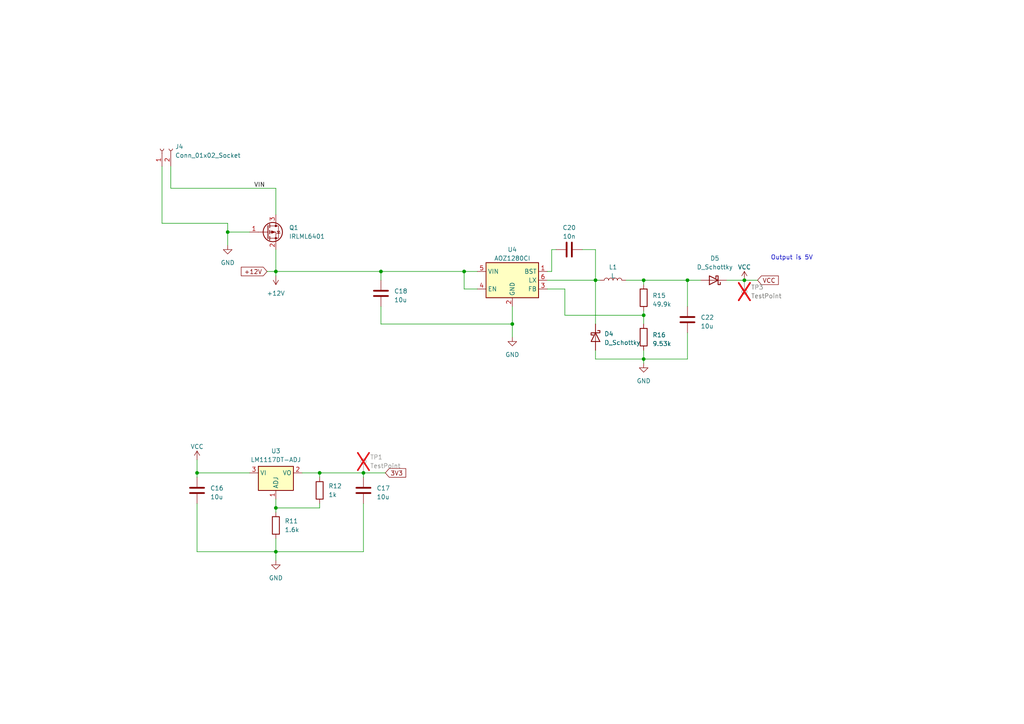
<source format=kicad_sch>
(kicad_sch (version 20231120) (generator "eeschema") (generator_version "8.0")
  (paper "A4")
  (lib_symbols
    (symbol "Connector:Conn_01x02_Socket" (pin_names (offset 1.016) hide)
      (property "Reference" "J" (at 0 2.54 0))
      (property "Value" "Conn_01x02_Socket" (at 0 -5.08 0))
      (symbol "Conn_01x02_Socket_1_1"
        (arc (start 0 -2.032) (mid -0.5058 -2.54) (end 0 -3.048) (stroke (width 0.1524)))
        (polyline (pts (xy -1.27 -2.54) (xy -0.508 -2.54)) (stroke (width 0.1524)))
        (polyline (pts (xy -1.27 0) (xy -0.508 0)) (stroke (width 0.1524)))
        (arc (start 0 0.508) (mid -0.5058 0) (end 0 -0.508) (stroke (width 0.1524)))
        (pin passive line (at -5.08 0 0) (length 3.81) (name "Pin_1") (number "1"))
        (pin passive line (at -5.08 -2.54 0) (length 3.81) (name "Pin_2") (number "2"))
      )
    )
    (symbol "Connector:TestPoint" (pin_numbers hide) (pin_names (offset 0.762) hide)
      (property "Reference" "TP" (at 0 6.858 0))
      (property "Value" "TestPoint" (at 0 5.08 0))
      (symbol "TestPoint_0_1"
        (circle (center 0 3.302) (radius 0.762))
      )
      (symbol "TestPoint_1_1"
        (pin passive line (at 0 0 90) (length 2.54) (name "1") (number "1"))
      )
    )
    (symbol "Device:C" (pin_numbers hide) (pin_names (offset 0.254))
      (property "Reference" "C" (at 0.635 2.54 0))
      (property "Value" "C" (at 0.635 -2.54 0))
      (symbol "C_0_1"
        (polyline (pts (xy -2.032 -0.762) (xy 2.032 -0.762)) (stroke (width 0.508)))
        (polyline (pts (xy -2.032 0.762) (xy 2.032 0.762)) (stroke (width 0.508)))
      )
      (symbol "C_1_1"
        (pin passive line (at 0 3.81 270) (length 2.794) (name "~") (number "1"))
        (pin passive line (at 0 -3.81 90) (length 2.794) (name "~") (number "2"))
      )
    )
    (symbol "Device:D_Schottky" (pin_numbers hide) (pin_names (offset 1.016) hide)
      (property "Reference" "D" (at 0 2.54 0))
      (property "Value" "D_Schottky" (at 0 -2.54 0))
      (symbol "D_Schottky_0_1"
        (polyline (pts (xy 1.27 0) (xy -1.27 0)))
        (polyline (pts (xy 1.27 1.27) (xy 1.27 -1.27) (xy -1.27 0) (xy 1.27 1.27)) (stroke (width 0.254)))
        (polyline (pts (xy -1.905 0.635) (xy -1.905 1.27) (xy -1.27 1.27) (xy -1.27 -1.27) (xy -0.635 -1.27) (xy -0.635 -0.635)) (stroke (width 0.254)))
      )
      (symbol "D_Schottky_1_1"
        (pin passive line (at -3.81 0 0) (length 2.54) (name "K") (number "1"))
        (pin passive line (at 3.81 0 180) (length 2.54) (name "A") (number "2"))
      )
    )
    (symbol "Device:L" (pin_numbers hide) (pin_names (offset 1.016) hide)
      (property "Reference" "L" (at -1.27 0 90))
      (property "Value" "L" (at 1.905 0 90))
      (symbol "L_0_1"
        (arc (start 0 -2.54) (mid 0.6323 -1.905) (end 0 -1.27))
        (arc (start 0 -1.27) (mid 0.6323 -0.635) (end 0 0))
        (arc (start 0 0) (mid 0.6323 0.635) (end 0 1.27))
        (arc (start 0 1.27) (mid 0.6323 1.905) (end 0 2.54))
      )
      (symbol "L_1_1"
        (pin passive line (at 0 3.81 270) (length 1.27) (name "1") (number "1"))
        (pin passive line (at 0 -3.81 90) (length 1.27) (name "2") (number "2"))
      )
    )
    (symbol "Device:R" (pin_numbers hide) (pin_names (offset 0))
      (property "Reference" "R" (at 2.032 0 90))
      (property "Value" "R" (at 0 0 90))
      (symbol "R_0_1"
        (rectangle (start -1.016 -2.54) (end 1.016 2.54) (stroke (width 0.254)))
      )
      (symbol "R_1_1"
        (pin passive line (at 0 3.81 270) (length 1.27) (name "~") (number "1"))
        (pin passive line (at 0 -3.81 90) (length 1.27) (name "~") (number "2"))
      )
    )
    (symbol "Regulator_Linear:LM1117DT-ADJ"
      (property "Reference" "U" (at -3.81 3.175 0))
      (property "Value" "LM1117DT-ADJ" (at 0 3.175 0))
      (symbol "LM1117DT-ADJ_0_1"
        (rectangle (start -5.08 -5.08) (end 5.08 1.905) (stroke (width 0.254)) (fill (type background)))
      )
      (symbol "LM1117DT-ADJ_1_1"
        (pin input line (at 0 -7.62 90) (length 2.54) (name "ADJ") (number "1"))
        (pin power_out line (at 7.62 0 180) (length 2.54) (name "VO") (number "2"))
        (pin power_in line (at -7.62 0 0) (length 2.54) (name "VI") (number "3"))
      )
    )
    (symbol "Regulator_Switching:AOZ1280CI"
      (property "Reference" "U" (at -6.35 -6.35 0))
      (property "Value" "AOZ1280CI" (at -2.54 6.35 0))
      (symbol "AOZ1280CI_0_1"
        (rectangle (start -7.62 5.08) (end 7.62 -5.08) (stroke (width 0.254)) (fill (type background)))
      )
      (symbol "AOZ1280CI_1_1"
        (pin input line (at 10.16 2.54 180) (length 2.54) (name "BST") (number "1"))
        (pin power_in line (at 0 -7.62 90) (length 2.54) (name "GND") (number "2"))
        (pin input line (at 10.16 -2.54 180) (length 2.54) (name "FB") (number "3"))
        (pin input line (at -10.16 -2.54 0) (length 2.54) (name "EN") (number "4"))
        (pin power_in line (at -10.16 2.54 0) (length 2.54) (name "VIN") (number "5"))
        (pin power_out line (at 10.16 0 180) (length 2.54) (name "LX") (number "6"))
      )
    )
    (symbol "Transistor_FET:IRLML6401" (pin_names hide)
      (property "Reference" "Q" (at 5.08 1.905 0))
      (property "Value" "IRLML6401" (at 5.08 0 0))
      (symbol "IRLML6401_0_1"
        (polyline (pts (xy 0.254 0) (xy -2.54 0)))
        (polyline (pts (xy 0.254 1.905) (xy 0.254 -1.905)) (stroke (width 0.254)))
        (polyline (pts (xy 0.762 -1.27) (xy 0.762 -2.286)) (stroke (width 0.254)))
        (polyline (pts (xy 0.762 0.508) (xy 0.762 -0.508)) (stroke (width 0.254)))
        (polyline (pts (xy 0.762 2.286) (xy 0.762 1.27)) (stroke (width 0.254)))
        (polyline (pts (xy 2.54 2.54) (xy 2.54 1.778)))
        (polyline (pts (xy 2.54 -2.54) (xy 2.54 0) (xy 0.762 0)))
        (polyline (pts (xy 0.762 1.778) (xy 3.302 1.778) (xy 3.302 -1.778) (xy 0.762 -1.778)))
        (polyline (pts (xy 2.286 0) (xy 1.27 0.381) (xy 1.27 -0.381) (xy 2.286 0)) (fill (type outline)))
        (polyline (pts (xy 2.794 -0.508) (xy 2.921 -0.381) (xy 3.683 -0.381) (xy 3.81 -0.254)))
        (polyline (pts (xy 3.302 -0.381) (xy 2.921 0.254) (xy 3.683 0.254) (xy 3.302 -0.381)))
        (circle (center 1.651 0) (radius 2.794) (stroke (width 0.254)))
        (circle (center 2.54 -1.778) (radius 0.254) (fill (type outline)))
        (circle (center 2.54 1.778) (radius 0.254) (fill (type outline)))
      )
      (symbol "IRLML6401_1_1"
        (pin input line (at -5.08 0 0) (length 2.54) (name "G") (number "1"))
        (pin passive line (at 2.54 -5.08 90) (length 2.54) (name "S") (number "2"))
        (pin passive line (at 2.54 5.08 270) (length 2.54) (name "D") (number "3"))
      )
    )
    (symbol "power:+12V" (power) (pin_names (offset 0))
      (property "Value" "+12V" (at 0 3.556 0))
      (symbol "+12V_0_1"
        (polyline (pts (xy -0.762 1.27) (xy 0 2.54)))
        (polyline (pts (xy 0 0) (xy 0 2.54)))
        (polyline (pts (xy 0 2.54) (xy 0.762 1.27)))
      )
      (symbol "+12V_1_1"
        (pin power_in line (at 0 0 90) (length 0) hide (name "+12V") (number "1"))
      )
    )
    (symbol "power:GND" (power) (pin_names (offset 0))
      (property "Value" "GND" (at 0 -3.81 0))
      (symbol "GND_0_1"
        (polyline (pts (xy 0 0) (xy 0 -1.27) (xy 1.27 -1.27) (xy 0 -2.54) (xy -1.27 -1.27) (xy 0 -1.27)))
      )
      (symbol "GND_1_1"
        (pin power_in line (at 0 0 270) (length 0) hide (name "GND") (number "1"))
      )
    )
    (symbol "power:VCC" (power) (pin_names (offset 0))
      (property "Value" "VCC" (at 0 3.81 0))
      (symbol "VCC_0_1"
        (polyline (pts (xy -0.762 1.27) (xy 0 2.54)))
        (polyline (pts (xy 0 0) (xy 0 2.54)))
        (polyline (pts (xy 0 2.54) (xy 0.762 1.27)))
      )
      (symbol "VCC_1_1"
        (pin power_in line (at 0 0 90) (length 0) hide (name "VCC") (number "1"))
      )
    )
  )
  (junction (at 80.01 147.32))
  (junction (at 110.49 78.74))
  (junction (at 186.69 91.44))
  (junction (at 186.69 104.14))
  (junction (at 66.04 67.31))
  (junction (at 215.9 81.28))
  (junction (at 148.59 93.98))
  (junction (at 186.69 81.28))
  (junction (at 134.62 78.74))
  (junction (at 57.15 137.16))
  (junction (at 80.01 160.02))
  (junction (at 199.39 81.28))
  (junction (at 92.71 137.16))
  (junction (at 105.41 137.16))
  (junction (at 80.01 78.74))
  (junction (at 172.72 81.28))
  (wire (pts (xy 199.39 96.52) (xy 199.39 104.14)))
  (wire (pts (xy 57.15 137.16) (xy 72.39 137.16)))
  (wire (pts (xy 186.69 81.28) (xy 186.69 82.55)))
  (wire (pts (xy 66.04 67.31) (xy 72.39 67.31)))
  (wire (pts (xy 134.62 78.74) (xy 110.49 78.74)))
  (wire (pts (xy 110.49 93.98) (xy 148.59 93.98)))
  (wire (pts (xy 215.9 81.28) (xy 219.71 81.28)))
  (wire (pts (xy 148.59 93.98) (xy 148.59 88.9)))
  (wire (pts (xy 46.99 64.77) (xy 66.04 64.77)))
  (wire (pts (xy 199.39 104.14) (xy 186.69 104.14)))
  (wire (pts (xy 80.01 78.74) (xy 110.49 78.74)))
  (wire (pts (xy 172.72 101.6) (xy 172.72 104.14)))
  (wire (pts (xy 172.72 72.39) (xy 172.72 81.28)))
  (wire (pts (xy 138.43 83.82) (xy 134.62 83.82)))
  (wire (pts (xy 210.82 81.28) (xy 215.9 81.28)))
  (wire (pts (xy 57.15 146.05) (xy 57.15 160.02)))
  (wire (pts (xy 92.71 146.05) (xy 92.71 147.32)))
  (wire (pts (xy 172.72 81.28) (xy 172.72 93.98)))
  (wire (pts (xy 92.71 147.32) (xy 80.01 147.32)))
  (wire (pts (xy 80.01 78.74) (xy 77.47 78.74)))
  (wire (pts (xy 80.01 160.02) (xy 105.41 160.02)))
  (wire (pts (xy 80.01 54.61) (xy 80.01 62.23)))
  (wire (pts (xy 134.62 83.82) (xy 134.62 78.74)))
  (wire (pts (xy 110.49 78.74) (xy 110.49 81.28)))
  (wire (pts (xy 66.04 64.77) (xy 66.04 67.31)))
  (wire (pts (xy 49.53 54.61) (xy 49.53 48.26)))
  (wire (pts (xy 158.75 83.82) (xy 163.83 83.82)))
  (wire (pts (xy 87.63 137.16) (xy 92.71 137.16)))
  (wire (pts (xy 138.43 78.74) (xy 134.62 78.74)))
  (wire (pts (xy 110.49 88.9) (xy 110.49 93.98)))
  (wire (pts (xy 105.41 137.16) (xy 105.41 138.43)))
  (wire (pts (xy 46.99 48.26) (xy 46.99 64.77)))
  (wire (pts (xy 92.71 137.16) (xy 92.71 138.43)))
  (wire (pts (xy 181.61 81.28) (xy 186.69 81.28)))
  (wire (pts (xy 168.91 72.39) (xy 172.72 72.39)))
  (wire (pts (xy 80.01 144.78) (xy 80.01 147.32)))
  (wire (pts (xy 158.75 81.28) (xy 172.72 81.28)))
  (wire (pts (xy 80.01 147.32) (xy 80.01 148.59)))
  (wire (pts (xy 80.01 156.21) (xy 80.01 160.02)))
  (wire (pts (xy 80.01 78.74) (xy 80.01 80.01)))
  (wire (pts (xy 158.75 78.74) (xy 160.02 78.74)))
  (wire (pts (xy 80.01 160.02) (xy 80.01 162.56)))
  (wire (pts (xy 160.02 72.39) (xy 161.29 72.39)))
  (wire (pts (xy 172.72 104.14) (xy 186.69 104.14)))
  (wire (pts (xy 172.72 81.28) (xy 173.99 81.28)))
  (wire (pts (xy 105.41 137.16) (xy 111.76 137.16)))
  (wire (pts (xy 160.02 78.74) (xy 160.02 72.39)))
  (wire (pts (xy 148.59 93.98) (xy 148.59 97.79)))
  (wire (pts (xy 57.15 160.02) (xy 80.01 160.02)))
  (wire (pts (xy 186.69 91.44) (xy 186.69 90.17)))
  (wire (pts (xy 199.39 81.28) (xy 203.2 81.28)))
  (wire (pts (xy 105.41 146.05) (xy 105.41 160.02)))
  (wire (pts (xy 186.69 104.14) (xy 186.69 105.41)))
  (wire (pts (xy 186.69 101.6) (xy 186.69 104.14)))
  (wire (pts (xy 49.53 54.61) (xy 80.01 54.61)))
  (wire (pts (xy 186.69 91.44) (xy 186.69 93.98)))
  (wire (pts (xy 80.01 72.39) (xy 80.01 78.74)))
  (wire (pts (xy 66.04 67.31) (xy 66.04 71.12)))
  (wire (pts (xy 163.83 83.82) (xy 163.83 91.44)))
  (wire (pts (xy 199.39 88.9) (xy 199.39 81.28)))
  (wire (pts (xy 92.71 137.16) (xy 105.41 137.16)))
  (wire (pts (xy 186.69 81.28) (xy 199.39 81.28)))
  (wire (pts (xy 57.15 137.16) (xy 57.15 138.43)))
  (wire (pts (xy 163.83 91.44) (xy 186.69 91.44)))
  (wire (pts (xy 57.15 133.35) (xy 57.15 137.16)))
  (text "Output is 5V" (at 223.52 75.565 0) (effects (font (size 1.27 1.27)) (justify left bottom)))
  (label "VIN" (at 73.66 54.61 0))
  (global_label "VCC" (shape input) (at 219.71 81.28 0) (property "Intersheetrefs" "${INTERSHEET_REFS}" (effects (hide yes))))
  (global_label "+12V" (shape input) (at 77.47 78.74 180) (property "Intersheetrefs" "${INTERSHEET_REFS}" (effects (hide yes))))
  (global_label "3V3" (shape input) (at 111.76 137.16 0) (property "Intersheetrefs" "${INTERSHEET_REFS}" (effects (hide yes))))
  (symbol (lib_id "Device:C") (at 105.41 142.24 0) (unit 1)
    (property "Reference" "C17" (at 109.22 141.605 0) (effects (justify left)))
    (property "Value" "10u" (at 109.22 144.145 0) (effects (justify left)))
    (property "Footprint" "Capacitor_SMD:C_0805_2012Metric" (effects (hide yes)))
    (property "Digikey" "490-5523-1-ND" (effects (hide yes)))
    (property "JLCPCB" "C96446" (effects (hide yes)))
    (instances (project "FRCMotorTester" (path "" (reference "C17") (unit 1))) (project "FRCMotorTester" (path "" (reference "C23") (unit 1))))
  )
  (symbol (lib_id "Device:C") (at 57.15 142.24 0) (unit 1)
    (property "Reference" "C16" (at 60.96 141.605 0) (effects (justify left)))
    (property "Value" "10u" (at 60.96 144.145 0) (effects (justify left)))
    (property "Footprint" "Capacitor_SMD:C_0805_2012Metric" (effects (hide yes)))
    (property "Digikey" "490-5523-1-ND" (effects (hide yes)))
    (property "JLCPCB" "C96446" (effects (hide yes)))
    (instances (project "FRCMotorTester" (path "" (reference "C16") (unit 1))) (project "FRCMotorTester" (path "" (reference "C22") (unit 1))))
  )
  (symbol (lib_id "power:GND") (at 148.59 97.79 0) (unit 1)
    (property "Reference" "#PWR021" (effects (hide yes)))
    (property "Value" "GND" (at 148.59 102.87 0))
    (instances (project "mini_swerve" (path "" (reference "#PWR021") (unit 1))) (project "mini_swerve" (path "" (reference "#PWR047") (unit 1))) (project "FRCMotorTester" (path "" (reference "#PWR035") (unit 1))))
  )
  (symbol (lib_id "Device:R") (at 186.69 86.36 0) (unit 1)
    (property "Reference" "R15" (at 189.23 85.725 0) (effects (justify left)))
    (property "Value" "49.9k" (at 189.23 88.265 0) (effects (justify left)))
    (property "Footprint" "Resistor_SMD:R_0603_1608Metric" (effects (hide yes)))
    (property "Digikey" "541-4141-1-ND" (effects (hide yes)))
    (instances (project "mini_swerve" (path "" (reference "R15") (unit 1))) (project "mini_swerve" (path "" (reference "R9") (unit 1))) (project "FRCMotorTester" (path "" (reference "R17") (unit 1))))
  )
  (symbol (lib_id "power:GND") (at 80.01 162.56 0) (unit 1)
    (property "Reference" "#PWR019" (effects (hide yes)))
    (property "Value" "GND" (at 80.01 167.64 0))
    (instances (project "FRCMotorTester" (path "" (reference "#PWR019") (unit 1))) (project "FRCMotorTester" (path "" (reference "#PWR033") (unit 1))))
  )
  (symbol (lib_id "Device:C") (at 110.49 85.09 0) (unit 1)
    (property "Reference" "C18" (at 114.3 84.455 0) (effects (justify left)))
    (property "Value" "10u" (at 114.3 86.995 0) (effects (justify left)))
    (property "Footprint" "Capacitor_SMD:C_0805_2012Metric" (effects (hide yes)))
    (property "Digikey" "490-5523-1-ND" (effects (hide yes)))
    (property "JLCPCB" "C96446" (effects (hide yes)))
    (instances (project "mini_swerve" (path "" (reference "C18") (unit 1))) (project "mini_swerve" (path "" (reference "C10") (unit 1))) (project "FRCMotorTester" (path "" (reference "C24") (unit 1))))
  )
  (symbol (lib_id "Connector:TestPoint") (at 215.9 81.28 180) (unit 1) (dnp yes)
    (property "Reference" "TP3" (at 217.805 83.312 0) (effects (justify right)))
    (property "Value" "TestPoint" (at 217.805 85.852 0) (effects (justify right)))
    (property "Footprint" "TestPoint:TestPoint_Pad_D1.0mm" (effects (hide yes)))
    (instances (project "FRCMotorTester" (path "" (reference "TP3") (unit 1))) (project "FRCMotorTester" (path "" (reference "TP7") (unit 1))))
  )
  (symbol (lib_id "Device:D_Schottky") (at 207.01 81.28 180) (unit 1)
    (property "Reference" "D5" (at 207.3275 74.93 0))
    (property "Value" "D_Schottky" (at 207.3275 77.47 0))
    (property "Footprint" "Diode_SMD:D_SOD-123" (effects (hide yes)))
    (property "Digikey" "B0540W-FDICT-ND" (effects (hide yes)))
    (property "JLCPCB" "C8598" (effects (hide yes)))
    (instances (project "mini_swerve" (path "" (reference "D5") (unit 1))) (project "mini_swerve" (path "" (reference "D22") (unit 1))) (project "FRCMotorTester" (path "" (reference "D3") (unit 1))))
  )
  (symbol (lib_id "power:VCC") (at 215.9 81.28 0) (unit 1)
    (property "Reference" "#PWR024" (effects (hide yes)))
    (property "Value" "VCC" (at 215.9 77.47 0))
    (instances (project "mini_swerve" (path "" (reference "#PWR024") (unit 1))) (project "mini_swerve" (path "" (reference "#PWR049") (unit 1))) (project "FRCMotorTester" (path "" (reference "#PWR038") (unit 1))))
  )
  (symbol (lib_id "power:GND") (at 186.69 105.41 0) (unit 1)
    (property "Reference" "#PWR023" (effects (hide yes)))
    (property "Value" "GND" (at 186.69 110.49 0))
    (instances (project "mini_swerve" (path "" (reference "#PWR023") (unit 1))) (project "mini_swerve" (path "" (reference "#PWR048") (unit 1))) (project "FRCMotorTester" (path "" (reference "#PWR037") (unit 1))))
  )
  (symbol (lib_id "Device:C") (at 199.39 92.71 0) (unit 1)
    (property "Reference" "C22" (at 203.2 92.075 0) (effects (justify left)))
    (property "Value" "10u" (at 203.2 94.615 0) (effects (justify left)))
    (property "Footprint" "Capacitor_SMD:C_0805_2012Metric" (effects (hide yes)))
    (property "Digikey" "490-5523-1-ND" (effects (hide yes)))
    (property "JLCPCB" "C96446" (effects (hide yes)))
    (instances (project "mini_swerve" (path "" (reference "C22") (unit 1))) (project "mini_swerve" (path "" (reference "C12") (unit 1))) (project "FRCMotorTester" (path "" (reference "C28") (unit 1))))
  )
  (symbol (lib_id "Connector:TestPoint") (at 105.41 137.16 0) (unit 1) (dnp yes)
    (property "Reference" "TP1" (at 107.315 132.588 0) (effects (justify left)))
    (property "Value" "TestPoint" (at 107.315 135.128 0) (effects (justify left)))
    (property "Footprint" "TestPoint:TestPoint_Pad_D1.0mm" (effects (hide yes)))
    (property "Description" "3V3" (effects (hide yes)))
    (instances (project "FRCMotorTester" (path "" (reference "TP1") (unit 1))) (project "FRCMotorTester" (path "" (reference "TP8") (unit 1))))
  )
  (symbol (lib_id "Device:C") (at 165.1 72.39 90) (unit 1)
    (property "Reference" "C20" (at 165.1 66.04 90))
    (property "Value" "10n" (at 165.1 68.58 90))
    (property "Footprint" "Capacitor_SMD:C_0603_1608Metric" (effects (hide yes)))
    (property "Digikey" "399-1092-1-ND" (effects (hide yes)))
    (property "JLCPCB" "C57112" (effects (hide yes)))
    (instances (project "mini_swerve" (path "" (reference "C20") (unit 1))) (project "mini_swerve" (path "" (reference "C11") (unit 1))) (project "FRCMotorTester" (path "" (reference "C26") (unit 1))))
  )
  (symbol (lib_id "Regulator_Linear:LM1117DT-ADJ") (at 80.01 137.16 0) (unit 1)
    (property "Reference" "U3" (at 80.01 130.81 0))
    (property "Value" "LM1117DT-ADJ" (at 80.01 133.35 0))
    (property "Footprint" "Package_TO_SOT_SMD:SOT-223-3_TabPin2" (effects (hide yes)))
    (property "Datasheet" "http://www.ti.com/lit/ds/symlink/lm1117.pdf" (effects (hide yes)))
    (property "JLCPCB" "C2902259" (effects (hide yes)))
    (instances (project "FRCMotorTester" (path "" (reference "U3") (unit 1))) (project "FRCMotorTester" (path "" (reference "U5") (unit 1))))
  )
  (symbol (lib_id "Device:D_Schottky") (at 172.72 97.79 270) (unit 1)
    (property "Reference" "D4" (at 175.26 96.8375 90) (effects (justify left)))
    (property "Value" "D_Schottky" (at 175.26 99.3775 90) (effects (justify left)))
    (property "Footprint" "Diode_SMD:D_SOD-123" (effects (hide yes)))
    (property "Digikey" "B0540W-FDICT-ND" (effects (hide yes)))
    (property "JLCPCB" "C8598" (effects (hide yes)))
    (instances (project "mini_swerve" (path "" (reference "D4") (unit 1))) (project "mini_swerve" (path "" (reference "D1") (unit 1))) (project "FRCMotorTester" (path "" (reference "D2") (unit 1))))
  )
  (symbol (lib_id "Device:R") (at 80.01 152.4 0) (unit 1)
    (property "Reference" "R11" (at 82.55 151.13 0) (effects (justify left)))
    (property "Value" "1.6k" (at 82.55 153.67 0) (effects (justify left)))
    (property "Footprint" "Resistor_SMD:R_0402_1005Metric" (effects (hide yes)))
    (property "JLCPCB" "C102825" (effects (hide yes)))
    (instances (project "FRCMotorTester" (path "" (reference "R11") (unit 1))) (project "FRCMotorTester" (path "" (reference "R13") (unit 1))))
  )
  (symbol (lib_id "power:+12V") (at 80.01 80.01 180) (unit 1)
    (property "Reference" "#PWR018" (effects (hide yes)))
    (property "Value" "+12V" (at 80.01 85.09 0))
    (instances (project "mini_swerve" (path "" (reference "#PWR018") (unit 1))) (project "mini_swerve" (path "" (reference "#PWR046") (unit 1)) (path "" (reference "#PWR05") (unit 1))) (project "FRCMotorTester" (path "" (reference "#PWR032") (unit 1))))
  )
  (symbol (lib_id "Connector:Conn_01x02_Socket") (at 46.99 43.18 90) (unit 1)
    (property "Reference" "J4" (at 50.8 42.545 90) (effects (justify right)))
    (property "Value" "Conn_01x02_Socket" (at 50.8 45.085 90) (effects (justify right)))
    (property "Footprint" "Connector_JST:JST_PH_S2B-PH-K_1x02_P2.00mm_Horizontal" (effects (hide yes)))
    (property "JLCPCB" "C173752" (effects (hide yes)))
    (instances (project "FRCMotorTester" (path "" (reference "J4") (unit 1))) (project "FRCMotorTester" (path "" (reference "J2") (unit 1))))
  )
  (symbol (lib_id "power:VCC") (at 57.15 133.35 0) (unit 1)
    (property "Reference" "#PWR016" (effects (hide yes)))
    (property "Value" "VCC" (at 57.15 129.54 0))
    (instances (project "FRCMotorTester" (path "" (reference "#PWR016") (unit 1))) (project "FRCMotorTester" (path "" (reference "#PWR030") (unit 1))))
  )
  (symbol (lib_id "Transistor_FET:IRLML6401") (at 77.47 67.31 0) (unit 1)
    (property "Reference" "Q1" (at 83.82 66.04 0) (effects (justify left)))
    (property "Value" "IRLML6401" (at 83.82 68.58 0) (effects (justify left)))
    (property "Footprint" "Package_TO_SOT_SMD:SOT-23" (effects (hide yes)))
    (property "Datasheet" "https://www.infineon.com/dgdl/irlml6401pbf.pdf?fileId=5546d462533600a401535668b96d2634" (effects (hide yes)))
    (property "JLCPCB" "C2593" (effects (hide yes)))
    (instances (project "FRCMotorTester" (path "" (reference "Q1") (unit 1))) (project "FRCMotorTester" (path "" (reference "Q2") (unit 1))))
  )
  (symbol (lib_id "power:GND") (at 66.04 71.12 0) (unit 1)
    (property "Reference" "#PWR017" (effects (hide yes)))
    (property "Value" "GND" (at 66.04 76.2 0))
    (instances (project "mini_swerve" (path "" (reference "#PWR017") (unit 1))) (project "mini_swerve" (path "" (reference "#PWR045") (unit 1)) (path "" (reference "#PWR06") (unit 1))) (project "FRCMotorTester" (path "" (reference "#PWR031") (unit 1))))
  )
  (symbol (lib_id "Device:R") (at 92.71 142.24 0) (unit 1)
    (property "Reference" "R12" (at 95.25 140.97 0) (effects (justify left)))
    (property "Value" "1k" (at 95.25 143.51 0) (effects (justify left)))
    (property "Footprint" "Resistor_SMD:R_0402_1005Metric" (effects (hide yes)))
    (instances (project "FRCMotorTester" (path "" (reference "R12") (unit 1))) (project "FRCMotorTester" (path "" (reference "R14") (unit 1))))
  )
  (symbol (lib_id "Regulator_Switching:AOZ1280CI") (at 148.59 81.28 0) (unit 1)
    (property "Reference" "U4" (at 148.59 72.39 0))
    (property "Value" "AOZ1280CI" (at 148.59 74.93 0))
    (property "Footprint" "Package_TO_SOT_SMD:SOT-23-6" (effects (hide yes)))
    (property "Datasheet" "http://aosmd.com/res/data_sheets/AOZ1280CI.pdf" (effects (hide yes)))
    (property "Digikey" "785-1277-1-ND" (effects (hide yes)))
    (property "JLCPCB" "C41240" (effects (hide yes)))
    (instances (project "mini_swerve" (path "" (reference "U4") (unit 1))) (project "mini_swerve" (path "" (reference "U10") (unit 1))) (project "FRCMotorTester" (path "" (reference "U6") (unit 1))))
  )
  (symbol (lib_id "Device:L") (at 177.8 81.28 90) (unit 1)
    (property "Reference" "L1" (at 177.8 77.47 90))
    (property "Value" "L" (at 177.8 80.01 90))
    (property "Footprint" "Inductor_SMD:L_Taiyo-Yuden_MD-3030" (effects (hide yes)))
    (property "Digikey" "490-15954-1-ND" (effects (hide yes)))
    (property "JLCPCB" "C1330201" (effects (hide yes)))
  )
  (symbol (lib_id "Device:R") (at 186.69 97.79 0) (unit 1)
    (property "Reference" "R16" (at 189.23 97.155 0) (effects (justify left)))
    (property "Value" "9.53k" (at 189.23 99.695 0) (effects (justify left)))
    (property "Footprint" "Resistor_SMD:R_0603_1608Metric" (effects (hide yes)))
    (property "Digikey" "P20706CT-ND" (effects (hide yes)))
    (instances (project "mini_swerve" (path "" (reference "R16") (unit 1))) (project "mini_swerve" (path "" (reference "R10") (unit 1))) (project "FRCMotorTester" (path "" (reference "R18") (unit 1))))
  )
)
</source>
